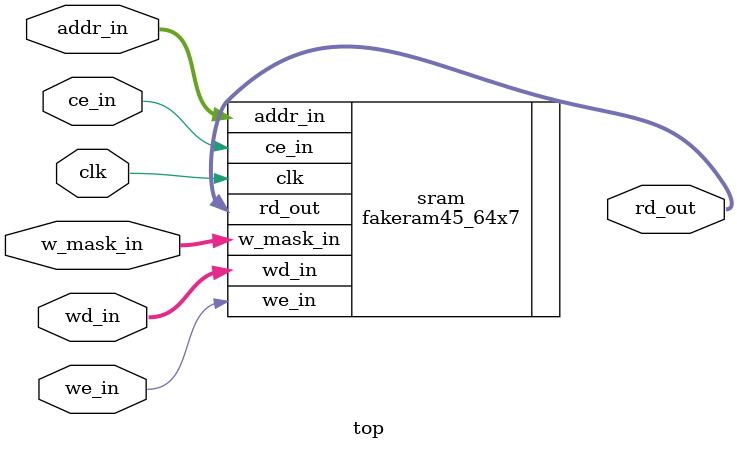
<source format=v>
module top (
  input clk,
  input ce_in,
  input we_in,
  input [5:0] addr_in,
  input [6:0] wd_in,
  input [6:0] w_mask_in,
  output [6:0] rd_out
);

  fakeram45_64x7 sram (
    .clk(clk),
    .ce_in(ce_in),
    .we_in(we_in),
    .addr_in(addr_in),
    .wd_in(wd_in),
    .w_mask_in(w_mask_in),
    .rd_out(rd_out)
  );

endmodule

</source>
